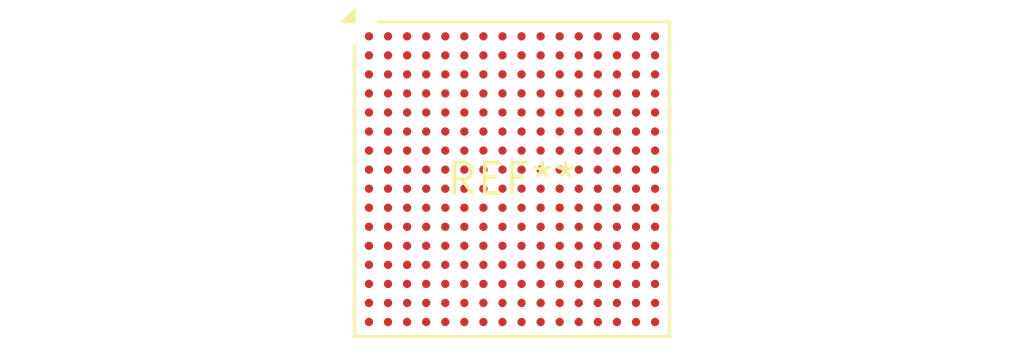
<source format=kicad_pcb>
(kicad_pcb (version 20240108) (generator pcbnew)
  (layers (0 "F.Cu" signal) (31 "B.Cu" signal) (34 "B.Paste" user) (35 "F.Paste" user) (36 "B.SilkS" user "B.Silkscreen") (37 "F.SilkS" user "F.Silkscreen") (38 "B.Mask" user) (39 "F.Mask" user) (44 "Edge.Cuts" user))
  (net 0 "")
  (footprint "TFBGA-256_13x13mm_Layout16x16_P0.8mm" (layer "F.Cu") (at 0 0)
    (property "Reference" "REF**")
    (property "Value" "TFBGA-256_13x13mm_Layout16x16_P0.8mm")
    (fp_line (start -6.61 6.61) (end -6.61 -5.61) (layer "F.SilkS") (stroke (width 0.12)))
    (fp_line (start -5.61 -6.61) (end 6.61 -6.61) (layer "F.SilkS") (stroke (width 0.12)))
    (fp_line (start 6.61 -6.61) (end 6.61 6.61) (layer "F.SilkS") (stroke (width 0.12)))
    (fp_line (start 6.61 6.61) (end -6.61 6.61) (layer "F.SilkS") (stroke (width 0.12)))
    (fp_poly (pts (xy -6.61 -6.61) (xy -7.11 -6.61) (xy -6.61 -7.11) (xy -6.61 -6.61)) (layer "F.SilkS") (stroke (width 0.12)) (fill solid))
    (pad "A1" smd circle (at -6 -6) (size 0.35 0.35) (property pad_prop_bga) (layers "F.Cu" "F.Paste" "F.Mask"))
    (pad "A2" smd circle (at -5.2 -6) (size 0.35 0.35) (property pad_prop_bga) (layers "F.Cu" "F.Paste" "F.Mask"))
    (pad "A3" smd circle (at -4.4 -6) (size 0.35 0.35) (property pad_prop_bga) (layers "F.Cu" "F.Paste" "F.Mask"))
    (pad "A4" smd circle (at -3.6 -6) (size 0.35 0.35) (property pad_prop_bga) (layers "F.Cu" "F.Paste" "F.Mask"))
    (pad "A5" smd circle (at -2.8 -6) (size 0.35 0.35) (property pad_prop_bga) (layers "F.Cu" "F.Paste" "F.Mask"))
    (pad "A6" smd circle (at -2 -6) (size 0.35 0.35) (property pad_prop_bga) (layers "F.Cu" "F.Paste" "F.Mask"))
    (pad "A7" smd circle (at -1.2 -6) (size 0.35 0.35) (property pad_prop_bga) (layers "F.Cu" "F.Paste" "F.Mask"))
    (pad "A8" smd circle (at -0.4 -6) (size 0.35 0.35) (property pad_prop_bga) (layers "F.Cu" "F.Paste" "F.Mask"))
    (pad "A9" smd circle (at 0.4 -6) (size 0.35 0.35) (property pad_prop_bga) (layers "F.Cu" "F.Paste" "F.Mask"))
    (pad "A10" smd circle (at 1.2 -6) (size 0.35 0.35) (property pad_prop_bga) (layers "F.Cu" "F.Paste" "F.Mask"))
    (pad "A11" smd circle (at 2 -6) (size 0.35 0.35) (property pad_prop_bga) (layers "F.Cu" "F.Paste" "F.Mask"))
    (pad "A12" smd circle (at 2.8 -6) (size 0.35 0.35) (property pad_prop_bga) (layers "F.Cu" "F.Paste" "F.Mask"))
    (pad "A13" smd circle (at 3.6 -6) (size 0.35 0.35) (property pad_prop_bga) (layers "F.Cu" "F.Paste" "F.Mask"))
    (pad "A14" smd circle (at 4.4 -6) (size 0.35 0.35) (property pad_prop_bga) (layers "F.Cu" "F.Paste" "F.Mask"))
    (pad "A15" smd circle (at 5.2 -6) (size 0.35 0.35) (property pad_prop_bga) (layers "F.Cu" "F.Paste" "F.Mask"))
    (pad "A16" smd circle (at 6 -6) (size 0.35 0.35) (property pad_prop_bga) (layers "F.Cu" "F.Paste" "F.Mask"))
    (pad "B1" smd circle (at -6 -5.2) (size 0.35 0.35) (property pad_prop_bga) (layers "F.Cu" "F.Paste" "F.Mask"))
    (pad "B2" smd circle (at -5.2 -5.2) (size 0.35 0.35) (property pad_prop_bga) (layers "F.Cu" "F.Paste" "F.Mask"))
    (pad "B3" smd circle (at -4.4 -5.2) (size 0.35 0.35) (property pad_prop_bga) (layers "F.Cu" "F.Paste" "F.Mask"))
    (pad "B4" smd circle (at -3.6 -5.2) (size 0.35 0.35) (property pad_prop_bga) (layers "F.Cu" "F.Paste" "F.Mask"))
    (pad "B5" smd circle (at -2.8 -5.2) (size 0.35 0.35) (property pad_prop_bga) (layers "F.Cu" "F.Paste" "F.Mask"))
    (pad "B6" smd circle (at -2 -5.2) (size 0.35 0.35) (property pad_prop_bga) (layers "F.Cu" "F.Paste" "F.Mask"))
    (pad "B7" smd circle (at -1.2 -5.2) (size 0.35 0.35) (property pad_prop_bga) (layers "F.Cu" "F.Paste" "F.Mask"))
    (pad "B8" smd circle (at -0.4 -5.2) (size 0.35 0.35) (property pad_prop_bga) (layers "F.Cu" "F.Paste" "F.Mask"))
    (pad "B9" smd circle (at 0.4 -5.2) (size 0.35 0.35) (property pad_prop_bga) (layers "F.Cu" "F.Paste" "F.Mask"))
    (pad "B10" smd circle (at 1.2 -5.2) (size 0.35 0.35) (property pad_prop_bga) (layers "F.Cu" "F.Paste" "F.Mask"))
    (pad "B11" smd circle (at 2 -5.2) (size 0.35 0.35) (property pad_prop_bga) (layers "F.Cu" "F.Paste" "F.Mask"))
    (pad "B12" smd circle (at 2.8 -5.2) (size 0.35 0.35) (property pad_prop_bga) (layers "F.Cu" "F.Paste" "F.Mask"))
    (pad "B13" smd circle (at 3.6 -5.2) (size 0.35 0.35) (property pad_prop_bga) (layers "F.Cu" "F.Paste" "F.Mask"))
    (pad "B14" smd circle (at 4.4 -5.2) (size 0.35 0.35) (property pad_prop_bga) (layers "F.Cu" "F.Paste" "F.Mask"))
    (pad "B15" smd circle (at 5.2 -5.2) (size 0.35 0.35) (property pad_prop_bga) (layers "F.Cu" "F.Paste" "F.Mask"))
    (pad "B16" smd circle (at 6 -5.2) (size 0.35 0.35) (property pad_prop_bga) (layers "F.Cu" "F.Paste" "F.Mask"))
    (pad "C1" smd circle (at -6 -4.4) (size 0.35 0.35) (property pad_prop_bga) (layers "F.Cu" "F.Paste" "F.Mask"))
    (pad "C2" smd circle (at -5.2 -4.4) (size 0.35 0.35) (property pad_prop_bga) (layers "F.Cu" "F.Paste" "F.Mask"))
    (pad "C3" smd circle (at -4.4 -4.4) (size 0.35 0.35) (property pad_prop_bga) (layers "F.Cu" "F.Paste" "F.Mask"))
    (pad "C4" smd circle (at -3.6 -4.4) (size 0.35 0.35) (property pad_prop_bga) (layers "F.Cu" "F.Paste" "F.Mask"))
    (pad "C5" smd circle (at -2.8 -4.4) (size 0.35 0.35) (property pad_prop_bga) (layers "F.Cu" "F.Paste" "F.Mask"))
    (pad "C6" smd circle (at -2 -4.4) (size 0.35 0.35) (property pad_prop_bga) (layers "F.Cu" "F.Paste" "F.Mask"))
    (pad "C7" smd circle (at -1.2 -4.4) (size 0.35 0.35) (property pad_prop_bga) (layers "F.Cu" "F.Paste" "F.Mask"))
    (pad "C8" smd circle (at -0.4 -4.4) (size 0.35 0.35) (property pad_prop_bga) (layers "F.Cu" "F.Paste" "F.Mask"))
    (pad "C9" smd circle (at 0.4 -4.4) (size 0.35 0.35) (property pad_prop_bga) (layers "F.Cu" "F.Paste" "F.Mask"))
    (pad "C10" smd circle (at 1.2 -4.4) (size 0.35 0.35) (property pad_prop_bga) (layers "F.Cu" "F.Paste" "F.Mask"))
    (pad "C11" smd circle (at 2 -4.4) (size 0.35 0.35) (property pad_prop_bga) (layers "F.Cu" "F.Paste" "F.Mask"))
    (pad "C12" smd circle (at 2.8 -4.4) (size 0.35 0.35) (property pad_prop_bga) (layers "F.Cu" "F.Paste" "F.Mask"))
    (pad "C13" smd circle (at 3.6 -4.4) (size 0.35 0.35) (property pad_prop_bga) (layers "F.Cu" "F.Paste" "F.Mask"))
    (pad "C14" smd circle (at 4.4 -4.4) (size 0.35 0.35) (property pad_prop_bga) (layers "F.Cu" "F.Paste" "F.Mask"))
    (pad "C15" smd circle (at 5.2 -4.4) (size 0.35 0.35) (property pad_prop_bga) (layers "F.Cu" "F.Paste" "F.Mask"))
    (pad "C16" smd circle (at 6 -4.4) (size 0.35 0.35) (property pad_prop_bga) (layers "F.Cu" "F.Paste" "F.Mask"))
    (pad "D1" smd circle (at -6 -3.6) (size 0.35 0.35) (property pad_prop_bga) (layers "F.Cu" "F.Paste" "F.Mask"))
    (pad "D2" smd circle (at -5.2 -3.6) (size 0.35 0.35) (property pad_prop_bga) (layers "F.Cu" "F.Paste" "F.Mask"))
    (pad "D3" smd circle (at -4.4 -3.6) (size 0.35 0.35) (property pad_prop_bga) (layers "F.Cu" "F.Paste" "F.Mask"))
    (pad "D4" smd circle (at -3.6 -3.6) (size 0.35 0.35) (property pad_prop_bga) (layers "F.Cu" "F.Paste" "F.Mask"))
    (pad "D5" smd circle (at -2.8 -3.6) (size 0.35 0.35) (property pad_prop_bga) (layers "F.Cu" "F.Paste" "F.Mask"))
    (pad "D6" smd circle (at -2 -3.6) (size 0.35 0.35) (property pad_prop_bga) (layers "F.Cu" "F.Paste" "F.Mask"))
    (pad "D7" smd circle (at -1.2 -3.6) (size 0.35 0.35) (property pad_prop_bga) (layers "F.Cu" "F.Paste" "F.Mask"))
    (pad "D8" smd circle (at -0.4 -3.6) (size 0.35 0.35) (property pad_prop_bga) (layers "F.Cu" "F.Paste" "F.Mask"))
    (pad "D9" smd circle (at 0.4 -3.6) (size 0.35 0.35) (property pad_prop_bga) (layers "F.Cu" "F.Paste" "F.Mask"))
    (pad "D10" smd circle (at 1.2 -3.6) (size 0.35 0.35) (property pad_prop_bga) (layers "F.Cu" "F.Paste" "F.Mask"))
    (pad "D11" smd circle (at 2 -3.6) (size 0.35 0.35) (property pad_prop_bga) (layers "F.Cu" "F.Paste" "F.Mask"))
    (pad "D12" smd circle (at 2.8 -3.6) (size 0.35 0.35) (property pad_prop_bga) (layers "F.Cu" "F.Paste" "F.Mask"))
    (pad "D13" smd circle (at 3.6 -3.6) (size 0.35 0.35) (property pad_prop_bga) (layers "F.Cu" "F.Paste" "F.Mask"))
    (pad "D14" smd circle (at 4.4 -3.6) (size 0.35 0.35) (property pad_prop_bga) (layers "F.Cu" "F.Paste" "F.Mask"))
    (pad "D15" smd circle (at 5.2 -3.6) (size 0.35 0.35) (property pad_prop_bga) (layers "F.Cu" "F.Paste" "F.Mask"))
    (pad "D16" smd circle (at 6 -3.6) (size 0.35 0.35) (property pad_prop_bga) (layers "F.Cu" "F.Paste" "F.Mask"))
    (pad "E1" smd circle (at -6 -2.8) (size 0.35 0.35) (property pad_prop_bga) (layers "F.Cu" "F.Paste" "F.Mask"))
    (pad "E2" smd circle (at -5.2 -2.8) (size 0.35 0.35) (property pad_prop_bga) (layers "F.Cu" "F.Paste" "F.Mask"))
    (pad "E3" smd circle (at -4.4 -2.8) (size 0.35 0.35) (property pad_prop_bga) (layers "F.Cu" "F.Paste" "F.Mask"))
    (pad "E4" smd circle (at -3.6 -2.8) (size 0.35 0.35) (property pad_prop_bga) (layers "F.Cu" "F.Paste" "F.Mask"))
    (pad "E5" smd circle (at -2.8 -2.8) (size 0.35 0.35) (property pad_prop_bga) (layers "F.Cu" "F.Paste" "F.Mask"))
    (pad "E6" smd circle (at -2 -2.8) (size 0.35 0.35) (property pad_prop_bga) (layers "F.Cu" "F.Paste" "F.Mask"))
    (pad "E7" smd circle (at -1.2 -2.8) (size 0.35 0.35) (property pad_prop_bga) (layers "F.Cu" "F.Paste" "F.Mask"))
    (pad "E8" smd circle (at -0.4 -2.8) (size 0.35 0.35) (property pad_prop_bga) (layers "F.Cu" "F.Paste" "F.Mask"))
    (pad "E9" smd circle (at 0.4 -2.8) (size 0.35 0.35) (property pad_prop_bga) (layers "F.Cu" "F.Paste" "F.Mask"))
    (pad "E10" smd circle (at 1.2 -2.8) (size 0.35 0.35) (property pad_prop_bga) (layers "F.Cu" "F.Paste" "F.Mask"))
    (pad "E11" smd circle (at 2 -2.8) (size 0.35 0.35) (property pad_prop_bga) (layers "F.Cu" "F.Paste" "F.Mask"))
    (pad "E12" smd circle (at 2.8 -2.8) (size 0.35 0.35) (property pad_prop_bga) (layers "F.Cu" "F.Paste" "F.Mask"))
    (pad "E13" smd circle (at 3.6 -2.8) (size 0.35 0.35) (property pad_prop_bga) (layers "F.Cu" "F.Paste" "F.Mask"))
    (pad "E14" smd circle (at 4.4 -2.8) (size 0.35 0.35) (property pad_prop_bga) (layers "F.Cu" "F.Paste" "F.Mask"))
    (pad "E15" smd circle (at 5.2 -2.8) (size 0.35 0.35) (property pad_prop_bga) (layers "F.Cu" "F.Paste" "F.Mask"))
    (pad "E16" smd circle (at 6 -2.8) (size 0.35 0.35) (property pad_prop_bga) (layers "F.Cu" "F.Paste" "F.Mask"))
    (pad "F1" smd circle (at -6 -2) (size 0.35 0.35) (property pad_prop_bga) (layers "F.Cu" "F.Paste" "F.Mask"))
    (pad "F2" smd circle (at -5.2 -2) (size 0.35 0.35) (property pad_prop_bga) (layers "F.Cu" "F.Paste" "F.Mask"))
    (pad "F3" smd circle (at -4.4 -2) (size 0.35 0.35) (property pad_prop_bga) (layers "F.Cu" "F.Paste" "F.Mask"))
    (pad "F4" smd circle (at -3.6 -2) (size 0.35 0.35) (property pad_prop_bga) (layers "F.Cu" "F.Paste" "F.Mask"))
    (pad "F5" smd circle (at -2.8 -2) (size 0.35 0.35) (property pad_prop_bga) (layers "F.Cu" "F.Paste" "F.Mask"))
    (pad "F6" smd circle (at -2 -2) (size 0.35 0.35) (property pad_prop_bga) (layers "F.Cu" "F.Paste" "F.Mask"))
    (pad "F7" smd circle (at -1.2 -2) (size 0.35 0.35) (property pad_prop_bga) (layers "F.Cu" "F.Paste" "F.Mask"))
    (pad "F8" smd circle (at -0.4 -2) (size 0.35 0.35) (property pad_prop_bga) (layers "F.Cu" "F.Paste" "F.Mask"))
    (pad "F9" smd circle (at 0.4 -2) (size 0.35 0.35) (property pad_prop_bga) (layers "F.Cu" "F.Paste" "F.Mask"))
    (pad "F10" smd circle (at 1.2 -2) (size 0.35 0.35) (property pad_prop_bga) (layers "F.Cu" "F.Paste" "F.Mask"))
    (pad "F11" smd circle (at 2 -2) (size 0.35 0.35) (property pad_prop_bga) (layers "F.Cu" "F.Paste" "F.Mask"))
    (pad "F12" smd circle (at 2.8 -2) (size 0.35 0.35) (property pad_prop_bga) (layers "F.Cu" "F.Paste" "F.Mask"))
    (pad "F13" smd circle (at 3.6 -2) (size 0.35 0.35) (property pad_prop_bga) (layers "F.Cu" "F.Paste" "F.Mask"))
    (pad "F14" smd circle (at 4.4 -2) (size 0.35 0.35) (property pad_prop_bga) (layers "F.Cu" "F.Paste" "F.Mask"))
    (pad "F15" smd circle (at 5.2 -2) (size 0.35 0.35) (property pad_prop_bga) (layers "F.Cu" "F.Paste" "F.Mask"))
    (pad "F16" smd circle (at 6 -2) (size 0.35 0.35) (property pad_prop_bga) (layers "F.Cu" "F.Paste" "F.Mask"))
    (pad "G1" smd circle (at -6 -1.2) (size 0.35 0.35) (property pad_prop_bga) (layers "F.Cu" "F.Paste" "F.Mask"))
    (pad "G2" smd circle (at -5.2 -1.2) (size 0.35 0.35) (property pad_prop_bga) (layers "F.Cu" "F.Paste" "F.Mask"))
    (pad "G3" smd circle (at -4.4 -1.2) (size 0.35 0.35) (property pad_prop_bga) (layers "F.Cu" "F.Paste" "F.Mask"))
    (pad "G4" smd circle (at -3.6 -1.2) (size 0.35 0.35) (property pad_prop_bga) (layers "F.Cu" "F.Paste" "F.Mask"))
    (pad "G5" smd circle (at -2.8 -1.2) (size 0.35 0.35) (property pad_prop_bga) (layers "F.Cu" "F.Paste" "F.Mask"))
    (pad "G6" smd circle (at -2 -1.2) (size 0.35 0.35) (property pad_prop_bga) (layers "F.Cu" "F.Paste" "F.Mask"))
    (pad "G7" smd circle (at -1.2 -1.2) (size 0.35 0.35) (property pad_prop_bga) (layers "F.Cu" "F.Paste" "F.Mask"))
    (pad "G8" smd circle (at -0.4 -1.2) (size 0.35 0.35) (property pad_prop_bga) (layers "F.Cu" "F.Paste" "F.Mask"))
    (pad "G9" smd circle (at 0.4 -1.2) (size 0.35 0.35) (property pad_prop_bga) (layers "F.Cu" "F.Paste" "F.Mask"))
    (pad "G10" smd circle (at 1.2 -1.2) (size 0.35 0.35) (property pad_prop_bga) (layers "F.Cu" "F.Paste" "F.Mask"))
    (pad "G11" smd circle (at 2 -1.2) (size 0.35 0.35) (property pad_prop_bga) (layers "F.Cu" "F.Paste" "F.Mask"))
    (pad "G12" smd circle (at 2.8 -1.2) (size 0.35 0.35) (property pad_prop_bga) (layers "F.Cu" "F.Paste" "F.Mask"))
    (pad "G13" smd circle (at 3.6 -1.2) (size 0.35 0.35) (property pad_prop_bga) (layers "F.Cu" "F.Paste" "F.Mask"))
    (pad "G14" smd circle (at 4.4 -1.2) (size 0.35 0.35) (property pad_prop_bga) (layers "F.Cu" "F.Paste" "F.Mask"))
    (pad "G15" smd circle (at 5.2 -1.2) (size 0.35 0.35) (property pad_prop_bga) (layers "F.Cu" "F.Paste" "F.Mask"))
    (pad "G16" smd circle (at 6 -1.2) (size 0.35 0.35) (property pad_prop_bga) (layers "F.Cu" "F.Paste" "F.Mask"))
    (pad "H1" smd circle (at -6 -0.4) (size 0.35 0.35) (property pad_prop_bga) (layers "F.Cu" "F.Paste" "F.Mask"))
    (pad "H2" smd circle (at -5.2 -0.4) (size 0.35 0.35) (property pad_prop_bga) (layers "F.Cu" "F.Paste" "F.Mask"))
    (pad "H3" smd circle (at -4.4 -0.4) (size 0.35 0.35) (property pad_prop_bga) (layers "F.Cu" "F.Paste" "F.Mask"))
    (pad "H4" smd circle (at -3.6 -0.4) (size 0.35 0.35) (property pad_prop_bga) (layers "F.Cu" "F.Paste" "F.Mask"))
    (pad "H5" smd circle (at -2.8 -0.4) (size 0.35 0.35) (property pad_prop_bga) (layers "F.Cu" "F.Paste" "F.Mask"))
    (pad "H6" smd circle (at -2 -0.4) (size 0.35 0.35) (property pad_prop_bga) (layers "F.Cu" "F.Paste" "F.Mask"))
    (pad "H7" smd circle (at -1.2 -0.4) (size 0.35 0.35) (property pad_prop_bga) (layers "F.Cu" "F.Paste" "F.Mask"))
    (pad "H8" smd circle (at -0.4 -0.4) (size 0.35 0.35) (property pad_prop_bga) (layers "F.Cu" "F.Paste" "F.Mask"))
    (pad "H9" smd circle (at 0.4 -0.4) (size 0.35 0.35) (property pad_prop_bga) (layers "F.Cu" "F.Paste" "F.Mask"))
    (pad "H10" smd circle (at 1.2 -0.4) (size 0.35 0.35) (property pad_prop_bga) (layers "F.Cu" "F.Paste" "F.Mask"))
    (pad "H11" smd circle (at 2 -0.4) (size 0.35 0.35) (property pad_prop_bga) (layers "F.Cu" "F.Paste" "F.Mask"))
    (pad "H12" smd circle (at 2.8 -0.4) (size 0.35 0.35) (property pad_prop_bga) (layers "F.Cu" "F.Paste" "F.Mask"))
    (pad "H13" smd circle (at 3.6 -0.4) (size 0.35 0.35) (property pad_prop_bga) (layers "F.Cu" "F.Paste" "F.Mask"))
    (pad "H14" smd circle (at 4.4 -0.4) (size 0.35 0.35) (property pad_prop_bga) (layers "F.Cu" "F.Paste" "F.Mask"))
    (pad "H15" smd circle (at 5.2 -0.4) (size 0.35 0.35) (property pad_prop_bga) (layers "F.Cu" "F.Paste" "F.Mask"))
    (pad "H16" smd circle (at 6 -0.4) (size 0.35 0.35) (property pad_prop_bga) (layers "F.Cu" "F.Paste" "F.Mask"))
    (pad "J1" smd circle (at -6 0.4) (size 0.35 0.35) (property pad_prop_bga) (layers "F.Cu" "F.Paste" "F.Mask"))
    (pad "J2" smd circle (at -5.2 0.4) (size 0.35 0.35) (property pad_prop_bga) (layers "F.Cu" "F.Paste" "F.Mask"))
    (pad "J3" smd circle (at -4.4 0.4) (size 0.35 0.35) (property pad_prop_bga) (layers "F.Cu" "F.Paste" "F.Mask"))
    (pad "J4" smd circle (at -3.6 0.4) (size 0.35 0.35) (property pad_prop_bga) (layers "F.Cu" "F.Paste" "F.Mask"))
    (pad "J5" smd circle (at -2.8 0.4) (size 0.35 0.35) (property pad_prop_bga) (layers "F.Cu" "F.Paste" "F.Mask"))
    (pad "J6" smd circle (at -2 0.4) (size 0.35 0.35) (property pad_prop_bga) (layers "F.Cu" "F.Paste" "F.Mask"))
    (pad "J7" smd circle (at -1.2 0.4) (size 0.35 0.35) (property pad_prop_bga) (layers "F.Cu" "F.Paste" "F.Mask"))
    (pad "J8" smd circle (at -0.4 0.4) (size 0.35 0.35) (property pad_prop_bga) (layers "F.Cu" "F.Paste" "F.Mask"))
    (pad "J9" smd circle (at 0.4 0.4) (size 0.35 0.35) (property pad_prop_bga) (layers "F.Cu" "F.Paste" "F.Mask"))
    (pad "J10" smd circle (at 1.2 0.4) (size 0.35 0.35) (property pad_prop_bga) (layers "F.Cu" "F.Paste" "F.Mask"))
    (pad "J11" smd circle (at 2 0.4) (size 0.35 0.35) (property pad_prop_bga) (layers "F.Cu" "F.Paste" "F.Mask"))
    (pad "J12" smd circle (at 2.8 0.4) (size 0.35 0.35) (property pad_prop_bga) (layers "F.Cu" "F.Paste" "F.Mask"))
    (pad "J13" smd circle (at 3.6 0.4) (size 0.35 0.35) (property pad_prop_bga) (layers "F.Cu" "F.Paste" "F.Mask"))
    (pad "J14" smd circle (at 4.4 0.4) (size 0.35 0.35) (property pad_prop_bga) (layers "F.Cu" "F.Paste" "F.Mask"))
    (pad "J15" smd circle (at 5.2 0.4) (size 0.35 0.35) (property pad_prop_bga) (layers "F.Cu" "F.Paste" "F.Mask"))
    (pad "J16" smd circle (at 6 0.4) (size 0.35 0.35) (property pad_prop_bga) (layers "F.Cu" "F.Paste" "F.Mask"))
    (pad "K1" smd circle (at -6 1.2) (size 0.35 0.35) (property pad_prop_bga) (layers "F.Cu" "F.Paste" "F.Mask"))
    (pad "K2" smd circle (at -5.2 1.2) (size 0.35 0.35) (property pad_prop_bga) (layers "F.Cu" "F.Paste" "F.Mask"))
    (pad "K3" smd circle (at -4.4 1.2) (size 0.35 0.35) (property pad_prop_bga) (layers "F.Cu" "F.Paste" "F.Mask"))
    (pad "K4" smd circle (at -3.6 1.2) (size 0.35 0.35) (property pad_prop_bga) (layers "F.Cu" "F.Paste" "F.Mask"))
    (pad "K5" smd circle (at -2.8 1.2) (size 0.35 0.35) (property pad_prop_bga) (layers "F.Cu" "F.Paste" "F.Mask"))
    (pad "K6" smd circle (at -2 1.2) (size 0.35 0.35) (property pad_prop_bga) (layers "F.Cu" "F.Paste" "F.Mask"))
    (pad "K7" smd circle (at -1.2 1.2) (size 0.35 0.35) (property pad_prop_bga) (layers "F.Cu" "F.Paste" "F.Mask"))
    (pad "K8" smd circle (at -0.4 1.2) (size 0.35 0.35) (property pad_prop_bga) (layers "F.Cu" "F.Paste" "F.Mask"))
    (pad "K9" smd circle (at 0.4 1.2) (size 0.35 0.35) (property pad_prop_bga) (layers "F.Cu" "F.Paste" "F.Mask"))
    (pad "K10" smd circle (at 1.2 1.2) (size 0.35 0.35) (property pad_prop_bga) (layers "F.Cu" "F.Paste" "F.Mask"))
    (pad "K11" smd circle (at 2 1.2) (size 0.35 0.35) (property pad_prop_bga) (layers "F.Cu" "F.Paste" "F.Mask"))
    (pad "K12" smd circle (at 2.8 1.2) (size 0.35 0.35) (property pad_prop_bga) (layers "F.Cu" "F.Paste" "F.Mask"))
    (pad "K13" smd circle (at 3.6 1.2) (size 0.35 0.35) (property pad_prop_bga) (layers "F.Cu" "F.Paste" "F.Mask"))
    (pad "K14" smd circle (at 4.4 1.2) (size 0.35 0.35) (property pad_prop_bga) (layers "F.Cu" "F.Paste" "F.Mask"))
    (pad "K15" smd circle (at 5.2 1.2) (size 0.35 0.35) (property pad_prop_bga) (layers "F.Cu" "F.Paste" "F.Mask"))
    (pad "K16" smd circle (at 6 1.2) (size 0.35 0.35) (property pad_prop_bga) (layers "F.Cu" "F.Paste" "F.Mask"))
    (pad "L1" smd circle (at -6 2) (size 0.35 0.35) (property pad_prop_bga) (layers "F.Cu" "F.Paste" "F.Mask"))
    (pad "L2" smd circle (at -5.2 2) (size 0.35 0.35) (property pad_prop_bga) (layers "F.Cu" "F.Paste" "F.Mask"))
    (pad "L3" smd circle (at -4.4 2) (size 0.35 0.35) (property pad_prop_bga) (layers "F.Cu" "F.Paste" "F.Mask"))
    (pad "L4" smd circle (at -3.6 2) (size 0.35 0.35) (property pad_prop_bga) (layers "F.Cu" "F.Paste" "F.Mask"))
    (pad "L5" smd circle (at -2.8 2) (size 0.35 0.35) (property pad_prop_bga) (layers "F.Cu" "F.Paste" "F.Mask"))
    (pad "L6" smd circle (at -2 2) (size 0.35 0.35) (property pad_prop_bga) (layers "F.Cu" "F.Paste" "F.Mask"))
    (pad "L7" smd circle (at -1.2 2) (size 0.35 0.35) (property pad_prop_bga) (layers "F.Cu" "F.Paste" "F.Mask"))
    (pad "L8" smd circle (at -0.4 2) (size 0.35 0.35) (property pad_prop_bga) (layers "F.Cu" "F.Paste" "F.Mask"))
    (pad "L9" smd circle (at 0.4 2) (size 0.35 0.35) (property pad_prop_bga) (layers "F.Cu" "F.Paste" "F.Mask"))
    (pad "L10" smd circle (at 1.2 2) (size 0.35 0.35) (property pad_prop_bga) (layers "F.Cu" "F.Paste" "F.Mask"))
    (pad "L11" smd circle (at 2 2) (size 0.35 0.35) (property pad_prop_bga) (layers "F.Cu" "F.Paste" "F.Mask"))
    (pad "L12" smd circle (at 2.8 2) (size 0.35 0.35) (property pad_prop_bga) (layers "F.Cu" "F.Paste" "F.Mask"))
    (pad "L13" smd circle (at 3.6 2) (size 0.35 0.35) (property pad_prop_bga) (layers "F.Cu" "F.Paste" "F.Mask"))
    (pad "L14" smd circle (at 4.4 2) (size 0.35 0.35) (property pad_prop_bga) (layers "F.Cu" "F.Paste" "F.Mask"))
    (pad "L15" smd circle (at 5.2 2) (size 0.35 0.35) (property pad_prop_bga) (layers "F.Cu" "F.Paste" "F.Mask"))
    (pad "L16" smd circle (at 6 2) (size 0.35 0.35) (property pad_prop_bga) (layers "F.Cu" "F.Paste" "F.Mask"))
    (pad "M1" smd circle (at -6 2.8) (size 0.35 0.35) (property pad_prop_bga) (layers "F.Cu" "F.Paste" "F.Mask"))
    (pad "M2" smd circle (at -5.2 2.8) (size 0.35 0.35) (property pad_prop_bga) (layers "F.Cu" "F.Paste" "F.Mask"))
    (pad "M3" smd circle (at -4.4 2.8) (size 0.35 0.35) (property pad_prop_bga) (layers "F.Cu" "F.Paste" "F.Mask"))
    (pad "M4" smd circle (at -3.6 2.8) (size 0.35 0.35) (property pad_prop_bga) (layers "F.Cu" "F.Paste" "F.Mask"))
    (pad "M5" smd circle (at -2.8 2.8) (size 0.35 0.35) (property pad_prop_bga) (layers "F.Cu" "F.Paste" "F.Mask"))
    (pad "M6" smd circle (at -2 2.8) (size 0.35 0.35) (property pad_prop_bga) (layers "F.Cu" "F.Paste" "F.Mask"))
    (pad "M7" smd circle (at -1.2 2.8) (size 0.35 0.35) (property pad_prop_bga) (layers "F.Cu" "F.Paste" "F.Mask"))
    (pad "M8" smd circle (at -0.4 2.8) (size 0.35 0.35) (property pad_prop_bga) (layers "F.Cu" "F.Paste" "F.Mask"))
    (pad "M9" smd circle (at 0.4 2.8) (size 0.35 0.35) (property pad_prop_bga) (layers "F.Cu" "F.Paste" "F.Mask"))
    (pad "M10" smd circle (at 1.2 2.8) (size 0.35 0.35) (property pad_prop_bga) (layers "F.Cu" "F.Paste" "F.Mask"))
    (pad "M11" smd circle (at 2 2.8) (size 0.35 0.35) (property pad_prop_bga) (layers "F.Cu" "F.Paste" "F.Mask"))
    (pad "M12" smd circle (at 2.8 2.8) (size 0.35 0.35) (property pad_prop_bga) (layers "F.Cu" "F.Paste" "F.Mask"))
    (pad "M13" smd circle (at 3.6 2.8) (size 0.35 0.35) (property pad_prop_bga) (layers "F.Cu" "F.Paste" "F.Mask"))
    (pad "M14" smd circle (at 4.4 2.8) (size 0.35 0.35) (property pad_prop_bga) (layers "F.Cu" "F.Paste" "F.Mask"))
    (pad "M15" smd circle (at 5.2 2.8) (size 0.35 0.35) (property pad_prop_bga) (layers "F.Cu" "F.Paste" "F.Mask"))
    (pad "M16" smd circle (at 6 2.8) (size 0.35 0.35) (property pad_prop_bga) (layers "F.Cu" "F.Paste" "F.Mask"))
    (pad "N1" smd circle (at -6 3.6) (size 0.35 0.35) (property pad_prop_bga) (layers "F.Cu" "F.Paste" "F.Mask"))
    (pad "N2" smd circle (at -5.2 3.6) (size 0.35 0.35) (property pad_prop_bga) (layers "F.Cu" "F.Paste" "F.Mask"))
    (pad "N3" smd circle (at -4.4 3.6) (size 0.35 0.35) (property pad_prop_bga) (layers "F.Cu" "F.Paste" "F.Mask"))
    (pad "N4" smd circle (at -3.6 3.6) (size 0.35 0.35) (property pad_prop_bga) (layers "F.Cu" "F.Paste" "F.Mask"))
    (pad "N5" smd circle (at -2.8 3.6) (size 0.35 0.35) (property pad_prop_bga) (layers "F.Cu" "F.Paste" "F.Mask"))
    (pad "N6" smd circle (at -2 3.6) (size 0.35 0.35) (property pad_prop_bga) (layers "F.Cu" "F.Paste" "F.Mask"))
    (pad "N7" smd circle (at -1.2 3.6) (size 0.35 0.35) (property pad_prop_bga) (layers "F.Cu" "F.Paste" "F.Mask"))
    (pad "N8" smd circle (at -0.4 3.6) (size 0.35 0.35) (property pad_prop_bga) (layers "F.Cu" "F.Paste" "F.Mask"))
    (pad "N9" smd circle (at 0.4 3.6) (size 0.35 0.35) (property pad_prop_bga) (layers "F.Cu" "F.Paste" "F.Mask"))
    (pad "N10" smd circle (at 1.2 3.6) (size 0.35 0.35) (property pad_prop_bga) (layers "F.Cu" "F.Paste" "F.Mask"))
    (pad "N11" smd circle (at 2 3.6) (size 0.35 0.35) (property pad_prop_bga) (layers "F.Cu" "F.Paste" "F.Mask"))
    (pad "N12" smd circle (at 2.8 3.6) (size 0.35 0.35) (property pad_prop_bga) (layers "F.Cu" "F.Paste" "F.Mask"))
    (pad "N13" smd circle (at 3.6 3.6) (size 0.35 0.35) (property pad_prop_bga) (layers "F.Cu" "F.Paste" "F.Mask"))
    (pad "N14" smd circle (at 4.4 3.6) (size 0.35 0.35) (property pad_prop_bga) (layers "F.Cu" "F.Paste" "F.Mask"))
    (pad "N15" smd circle (at 5.2 3.6) (size 0.35 0.35) (property pad_prop_bga) (layers "F.Cu" "F.Paste" "F.Mask"))
    (pad "N16" smd circle (at 6 3.6) (size 0.35 0.35) (property pad_prop_bga) (layers "F.Cu" "F.Paste" "F.Mask"))
    (pad "P1" smd circle (at -6 4.4) (size 0.35 0.35) (property pad_prop_bga) (layers "F.Cu" "F.Paste" "F.Mask"))
    (pad "P2" smd circle (at -5.2 4.4) (size 0.35 0.35) (property pad_prop_bga) (layers "F.Cu" "F.Paste" "F.Mask"))
    (pad "P3" smd circle (at -4.4 4.4) (size 0.35 0.35) (property pad_prop_bga) (layers "F.Cu" "F.Paste" "F.Mask"))
    (pad "P4" smd circle (at -3.6 4.4) (size 0.35 0.35) (property pad_prop_bga) (layers "F.Cu" "F.Paste" "F.Mask"))
    (pad "P5" smd circle (at -2.8 4.4) (size 0.35 0.35) (property pad_prop_bga) (layers "F.Cu" "F.Paste" "F.Mask"))
    (pad "P6" smd circle (at -2 4.4) (size 0.35 0.35) (property pad_prop_bga) (layers "F.Cu" "F.Paste" "F.Mask"))
    (pad "P7" smd circle (at -1.2 4.4) (size 0.35 0.35) (property pad_prop_bga) (layers "F.Cu" "F.Paste" "F.Mask"))
    (pad "P8" smd circle (at -0.4 4.4) (size 0.35 0.35) (property pad_prop_bga) (layers "F.Cu" "F.Paste" "F.Mask"))
    (pad "P9" smd circle (at 0.4 4.4) (size 0.35 0.35) (property pad_prop_bga) (layers "F.Cu" "F.Paste" "F.Mask"))
    (pad "P10" smd circle (at 1.2 4.4) (size 0.35 0.35) (property pad_prop_bga) (layers "F.Cu" "F.Paste" "F.Mask"))
    (pad "P11" smd circle (at 2 4.4) (size 0.35 0.35) (property pad_prop_bga) (layers "F.Cu" "F.Paste" "F.Mask"))
    (pad "P12" smd circle (at 2.8 4.4) (size 0.35 0.35) (property pad_prop_bga) (layers "F.Cu" "F.Paste" "F.Mask"))
    (pad "P13" smd circle (at 3.6 4.4) (size 0.35 0.35) (property pad_prop_bga) (layers "F.Cu" "F.Paste" "F.Mask"))
    (pad "P14" smd circle (at 4.4 4.4) (size 0.35 0.35) (property pad_prop_bga) (layers "F.Cu" "F.Paste" "F.Mask"))
    (pad "P15" smd circle (at 5.2 4.4) (size 0.35 0.35) (property pad_prop_bga) (layers "F.Cu" "F.Paste" "F.Mask"))
    (pad "P16" smd circle (at 6 4.4) (size 0.35 0.35) (property pad_prop_bga) (layers "F.Cu" "F.Paste" "F.Mask"))
    (pad "R1" smd circle (at -6 5.2) (size 0.35 0.35) (property pad_prop_bga) (layers "F.Cu" "F.Paste" "F.Mask"))
    (pad "R2" smd circle (at -5.2 5.2) (size 0.35 0.35) (property pad_prop_bga) (layers "F.Cu" "F.Paste" "F.Mask"))
    (pad "R3" smd circle (at -4.4 5.2) (size 0.35 0.35) (property pad_prop_bga) (layers "F.Cu" "F.Paste" "F.Mask"))
    (pad "R4" smd circle (at -3.6 5.2) (size 0.35 0.35) (property pad_prop_bga) (layers "F.Cu" "F.Paste" "F.Mask"))
    (pad "R5" smd circle (at -2.8 5.2) (size 0.35 0.35) (property pad_prop_bga) (layers "F.Cu" "F.Paste" "F.Mask"))
    (pad "R6" smd circle (at -2 5.2) (size 0.35 0.35) (property pad_prop_bga) (layers "F.Cu" "F.Paste" "F.Mask"))
    (pad "R7" smd circle (at -1.2 5.2) (size 0.35 0.35) (property pad_prop_bga) (layers "F.Cu" "F.Paste" "F.Mask"))
    (pad "R8" smd circle (at -0.4 5.2) (size 0.35 0.35) (property pad_prop_bga) (layers "F.Cu" "F.Paste" "F.Mask"))
    (pad "R9" smd circle (at 0.4 5.2) (size 0.35 0.35) (property pad_prop_bga) (layers "F.Cu" "F.Paste" "F.Mask"))
    (pad "R10" smd circle (at 1.2 5.2) (size 0.35 0.35) (property pad_prop_bga) (layers "F.Cu" "F.Paste" "F.Mask"))
    (pad "R11" smd circle (at 2 5.2) (size 0.35 0.35) (property pad_prop_bga) (layers "F.Cu" "F.Paste" "F.Mask"))
    (pad "R12" smd circle (at 2.8 5.2) (size 0.35 0.35) (property pad_prop_bga) (layers "F.Cu" "F.Paste" "F.Mask"))
    (pad "R13" smd circle (at 3.6 5.2) (size 0.35 0.35) (property pad_prop_bga) (layers "F.Cu" "F.Paste" "F.Mask"))
    (pad "R14" smd circle (at 4.4 5.2) (size 0.35 0.35) (property pad_prop_bga) (layers "F.Cu" "F.Paste" "F.Mask"))
    (pad "R15" smd circle (at 5.2 5.2) (size 0.35 0.35) (property pad_prop_bga) (layers "F.Cu" "F.Paste" "F.Mask"))
    (pad "R16" smd circle (at 6 5.2) (size 0.35 0.35) (property pad_prop_bga) (layers "F.Cu" "F.Paste" "F.Mask"))
    (pad "T1" smd circle (at -6 6) (size 0.35 0.35) (property pad_prop_bga) (layers "F.Cu" "F.Paste" "F.Mask"))
    (pad "T2" smd circle (at -5.2 6) (size 0.35 0.35) (property pad_prop_bga) (layers "F.Cu" "F.Paste" "F.Mask"))
    (pad "T3" smd circle (at -4.4 6) (size 0.35 0.35) (property pad_prop_bga) (layers "F.Cu" "F.Paste" "F.Mask"))
    (pad "T4" smd circle (at -3.6 6) (size 0.35 0.35) (property pad_prop_bga) (layers "F.Cu" "F.Paste" "F.Mask"))
    (pad "T5" smd circle (at -2.8 6) (size 0.35 0.35) (property pad_prop_bga) (layers "F.Cu" "F.Paste" "F.Mask"))
    (pad "T6" smd circle (at -2 6) (size 0.35 0.35) (property pad_prop_bga) (layers "F.Cu" "F.Paste" "F.Mask"))
    (pad "T7" smd circle (at -1.2 6) (size 0.35 0.35) (property pad_prop_bga) (layers "F.Cu" "F.Paste" "F.Mask"))
    (pad "T8" smd circle (at -0.4 6) (size 0.35 0.35) (property pad_prop_bga) (layers "F.Cu" "F.Paste" "F.Mask"))
    (pad "T9" smd circle (at 0.4 6) (size 0.35 0.35) (property pad_prop_bga) (layers "F.Cu" "F.Paste" "F.Mask"))
    (pad "T10" smd circle (at 1.2 6) (size 0.35 0.35) (property pad_prop_bga) (layers "F.Cu" "F.Paste" "F.Mask"))
    (pad "T11" smd circle (at 2 6) (size 0.35 0.35) (property pad_prop_bga) (layers "F.Cu" "F.Paste" "F.Mask"))
    (pad "T12" smd circle (at 2.8 6) (size 0.35 0.35) (property pad_prop_bga) (layers "F.Cu" "F.Paste" "F.Mask"))
    (pad "T13" smd circle (at 3.6 6) (size 0.35 0.35) (property pad_prop_bga) (layers "F.Cu" "F.Paste" "F.Mask"))
    (pad "T14" smd circle (at 4.4 6) (size 0.35 0.35) (property pad_prop_bga) (layers "F.Cu" "F.Paste" "F.Mask"))
    (pad "T15" smd circle (at 5.2 6) (size 0.35 0.35) (property pad_prop_bga) (layers "F.Cu" "F.Paste" "F.Mask"))
    (pad "T16" smd circle (at 6 6) (size 0.35 0.35) (property pad_prop_bga) (layers "F.Cu" "F.Paste" "F.Mask"))
  )
)
</source>
